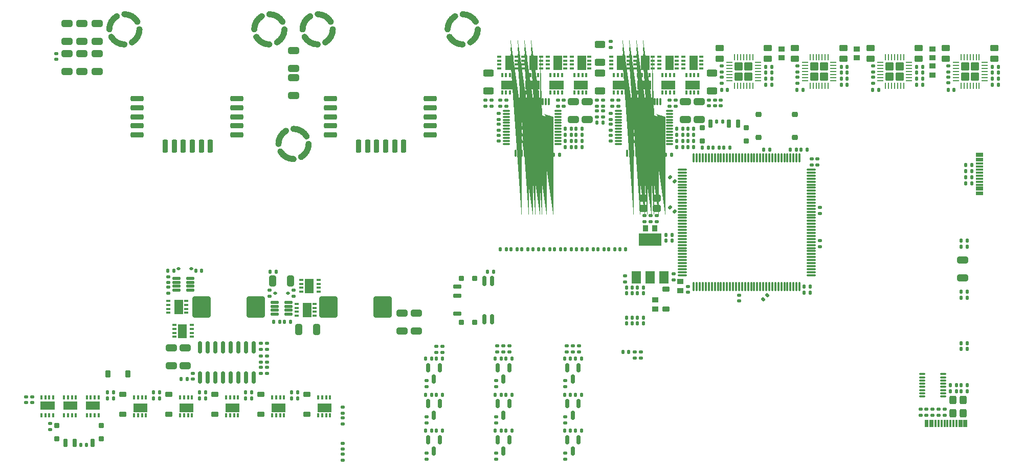
<source format=gbr>
%TF.GenerationSoftware,KiCad,Pcbnew,7.0.8-7.0.8~ubuntu22.04.1*%
%TF.CreationDate,2023-11-12T23:59:41-08:00*%
%TF.ProjectId,corevus-g,636f7265-7675-4732-9d67-2e6b69636164,rev?*%
%TF.SameCoordinates,Original*%
%TF.FileFunction,Paste,Top*%
%TF.FilePolarity,Positive*%
%FSLAX46Y46*%
G04 Gerber Fmt 4.6, Leading zero omitted, Abs format (unit mm)*
G04 Created by KiCad (PCBNEW 7.0.8-7.0.8~ubuntu22.04.1) date 2023-11-12 23:59:41*
%MOMM*%
%LPD*%
G01*
G04 APERTURE LIST*
G04 Aperture macros list*
%AMRoundRect*
0 Rectangle with rounded corners*
0 $1 Rounding radius*
0 $2 $3 $4 $5 $6 $7 $8 $9 X,Y pos of 4 corners*
0 Add a 4 corners polygon primitive as box body*
4,1,4,$2,$3,$4,$5,$6,$7,$8,$9,$2,$3,0*
0 Add four circle primitives for the rounded corners*
1,1,$1+$1,$2,$3*
1,1,$1+$1,$4,$5*
1,1,$1+$1,$6,$7*
1,1,$1+$1,$8,$9*
0 Add four rect primitives between the rounded corners*
20,1,$1+$1,$2,$3,$4,$5,0*
20,1,$1+$1,$4,$5,$6,$7,0*
20,1,$1+$1,$6,$7,$8,$9,0*
20,1,$1+$1,$8,$9,$2,$3,0*%
%AMFreePoly0*
4,1,57,0.310454,0.500914,0.314650,0.501215,0.316895,0.499988,0.322751,0.499147,0.347130,0.483479,0.372568,0.469589,0.469589,0.372568,0.482119,0.355828,0.485300,0.353073,0.486021,0.350617,0.489565,0.345883,0.495723,0.317573,0.503891,0.289756,0.503891,-0.289756,0.500914,-0.310455,0.501215,-0.314651,0.499988,-0.316896,0.499147,-0.322751,0.483480,-0.347128,0.469589,-0.372568,
0.372568,-0.469589,0.355826,-0.482121,0.353073,-0.485300,0.350618,-0.486020,0.345883,-0.489566,0.317566,-0.495725,0.289756,-0.503891,-0.289756,-0.503891,-0.310455,-0.500914,-0.314651,-0.501215,-0.316896,-0.499988,-0.322751,-0.499147,-0.347128,-0.483480,-0.372568,-0.469589,-0.469589,-0.372568,-0.482121,-0.355826,-0.485300,-0.353073,-0.486020,-0.350618,-0.489566,-0.345883,-0.495725,-0.317566,
-0.503891,-0.289756,-0.503891,0.289756,-0.500914,0.310454,-0.501215,0.314650,-0.499988,0.316895,-0.499147,0.322751,-0.483479,0.347130,-0.469589,0.372568,-0.372568,0.469589,-0.355828,0.482119,-0.353073,0.485300,-0.350617,0.486021,-0.345883,0.489565,-0.317573,0.495723,-0.289756,0.503891,0.289756,0.503891,0.310454,0.500914,0.310454,0.500914,$1*%
G04 Aperture macros list end*
%ADD10C,0.100000*%
%ADD11C,1.000000*%
%ADD12RoundRect,0.200000X-0.875000X0.250000X-0.875000X-0.250000X0.875000X-0.250000X0.875000X0.250000X0*%
%ADD13RoundRect,0.200000X0.250000X0.875000X-0.250000X0.875000X-0.250000X-0.875000X0.250000X-0.875000X0*%
%ADD14RoundRect,0.100000X-0.175000X-0.200000X0.175000X-0.200000X0.175000X0.200000X-0.175000X0.200000X0*%
%ADD15RoundRect,0.100000X0.200000X-0.175000X0.200000X0.175000X-0.200000X0.175000X-0.200000X-0.175000X0*%
%ADD16RoundRect,0.100000X0.175000X0.200000X-0.175000X0.200000X-0.175000X-0.200000X0.175000X-0.200000X0*%
%ADD17RoundRect,0.100000X0.350000X0.400000X-0.350000X0.400000X-0.350000X-0.400000X0.350000X-0.400000X0*%
%ADD18RoundRect,0.100000X-0.200000X0.175000X-0.200000X-0.175000X0.200000X-0.175000X0.200000X0.175000X0*%
%ADD19RoundRect,0.100000X0.300000X0.300000X-0.300000X0.300000X-0.300000X-0.300000X0.300000X-0.300000X0*%
%ADD20RoundRect,0.075000X0.225000X0.575000X-0.225000X0.575000X-0.225000X-0.575000X0.225000X-0.575000X0*%
%ADD21RoundRect,0.250000X-0.650000X0.325000X-0.650000X-0.325000X0.650000X-0.325000X0.650000X0.325000X0*%
%ADD22RoundRect,0.225000X-0.375000X0.225000X-0.375000X-0.225000X0.375000X-0.225000X0.375000X0.225000X0*%
%ADD23RoundRect,0.050000X0.150000X0.250000X-0.150000X0.250000X-0.150000X-0.250000X0.150000X-0.250000X0*%
%ADD24RoundRect,0.250000X-0.450000X0.262500X-0.450000X-0.262500X0.450000X-0.262500X0.450000X0.262500X0*%
%ADD25RoundRect,0.150000X-0.150000X0.587500X-0.150000X-0.587500X0.150000X-0.587500X0.150000X0.587500X0*%
%ADD26RoundRect,0.250000X0.625000X-0.312500X0.625000X0.312500X-0.625000X0.312500X-0.625000X-0.312500X0*%
%ADD27RoundRect,0.050000X-0.150000X-0.250000X0.150000X-0.250000X0.150000X0.250000X-0.150000X0.250000X0*%
%ADD28RoundRect,0.050000X-0.250000X0.150000X-0.250000X-0.150000X0.250000X-0.150000X0.250000X0.150000X0*%
%ADD29RoundRect,0.250000X0.650000X-0.325000X0.650000X0.325000X-0.650000X0.325000X-0.650000X-0.325000X0*%
%ADD30RoundRect,0.100000X-0.400000X0.350000X-0.400000X-0.350000X0.400000X-0.350000X0.400000X0.350000X0*%
%ADD31RoundRect,0.050000X0.250000X-0.150000X0.250000X0.150000X-0.250000X0.150000X-0.250000X-0.150000X0*%
%ADD32RoundRect,0.225000X0.225000X0.375000X-0.225000X0.375000X-0.225000X-0.375000X0.225000X-0.375000X0*%
%ADD33RoundRect,0.250000X-0.455000X-0.455000X0.455000X-0.455000X0.455000X0.455000X-0.455000X0.455000X0*%
%ADD34RoundRect,0.062500X-0.425000X-0.062500X0.425000X-0.062500X0.425000X0.062500X-0.425000X0.062500X0*%
%ADD35RoundRect,0.062500X-0.062500X-0.425000X0.062500X-0.425000X0.062500X0.425000X-0.062500X0.425000X0*%
%ADD36RoundRect,0.112500X-0.187500X-0.112500X0.187500X-0.112500X0.187500X0.112500X-0.187500X0.112500X0*%
%ADD37R,0.300000X1.150000*%
%ADD38RoundRect,0.100000X0.400000X-0.350000X0.400000X0.350000X-0.400000X0.350000X-0.400000X-0.350000X0*%
%ADD39RoundRect,0.250000X-0.625000X0.312500X-0.625000X-0.312500X0.625000X-0.312500X0.625000X0.312500X0*%
%ADD40RoundRect,0.075000X-0.662500X-0.075000X0.662500X-0.075000X0.662500X0.075000X-0.662500X0.075000X0*%
%ADD41RoundRect,0.075000X-0.075000X-0.662500X0.075000X-0.662500X0.075000X0.662500X-0.075000X0.662500X0*%
%ADD42RoundRect,0.250000X-1.250000X-1.500000X1.250000X-1.500000X1.250000X1.500000X-1.250000X1.500000X0*%
%ADD43RoundRect,0.300000X0.300000X-0.400000X0.300000X0.400000X-0.300000X0.400000X-0.300000X-0.400000X0*%
%ADD44RoundRect,0.125000X0.537500X0.125000X-0.537500X0.125000X-0.537500X-0.125000X0.537500X-0.125000X0*%
%ADD45RoundRect,0.100000X-0.265165X-0.017678X-0.017678X-0.265165X0.265165X0.017678X0.017678X0.265165X0*%
%ADD46RoundRect,0.225000X0.375000X-0.225000X0.375000X0.225000X-0.375000X0.225000X-0.375000X-0.225000X0*%
%ADD47RoundRect,0.300000X0.400000X0.300000X-0.400000X0.300000X-0.400000X-0.300000X0.400000X-0.300000X0*%
%ADD48RoundRect,0.250000X-0.325000X-0.650000X0.325000X-0.650000X0.325000X0.650000X-0.325000X0.650000X0*%
%ADD49RoundRect,0.150000X0.150000X-0.850000X0.150000X0.850000X-0.150000X0.850000X-0.150000X-0.850000X0*%
%ADD50RoundRect,0.100000X-0.017678X0.265165X-0.265165X0.017678X0.017678X-0.265165X0.265165X-0.017678X0*%
%ADD51RoundRect,0.250000X0.325000X0.650000X-0.325000X0.650000X-0.325000X-0.650000X0.325000X-0.650000X0*%
%ADD52RoundRect,0.150000X-0.150000X0.662500X-0.150000X-0.662500X0.150000X-0.662500X0.150000X0.662500X0*%
%ADD53RoundRect,0.100000X0.265165X0.017678X0.017678X0.265165X-0.265165X-0.017678X-0.017678X-0.265165X0*%
%ADD54RoundRect,0.100000X0.300000X-0.300000X0.300000X0.300000X-0.300000X0.300000X-0.300000X-0.300000X0*%
%ADD55RoundRect,0.075000X0.575000X-0.225000X0.575000X0.225000X-0.575000X0.225000X-0.575000X-0.225000X0*%
%ADD56RoundRect,0.100000X-0.300000X-0.300000X0.300000X-0.300000X0.300000X0.300000X-0.300000X0.300000X0*%
%ADD57RoundRect,0.075000X-0.225000X-0.575000X0.225000X-0.575000X0.225000X0.575000X-0.225000X0.575000X0*%
%ADD58RoundRect,0.300000X-0.200000X-0.150000X0.200000X-0.150000X0.200000X0.150000X-0.200000X0.150000X0*%
%ADD59R,1.150000X0.300000*%
%ADD60R,1.500000X2.000000*%
%ADD61R,3.800000X2.000000*%
%ADD62RoundRect,0.100000X-0.400000X-0.050000X0.400000X-0.050000X0.400000X0.050000X-0.400000X0.050000X0*%
%ADD63FreePoly0,0.000000*%
%ADD64RoundRect,0.075000X-0.525000X-0.075000X0.525000X-0.075000X0.525000X0.075000X-0.525000X0.075000X0*%
%ADD65RoundRect,0.075000X-0.075000X-0.525000X0.075000X-0.525000X0.075000X0.525000X-0.075000X0.525000X0*%
G04 APERTURE END LIST*
D10*
%TO.C,Q6*%
X152625000Y-52850000D02*
X150375000Y-52850000D01*
X150375000Y-52850000D02*
X150375000Y-51525000D01*
X150375000Y-51525000D02*
X152625000Y-51525000D01*
X152625000Y-51525000D02*
X152625000Y-52850000D01*
G36*
X152625000Y-52850000D02*
G01*
X150375000Y-52850000D01*
X150375000Y-51525000D01*
X152625000Y-51525000D01*
X152625000Y-52850000D01*
G37*
%TO.C,Q25*%
X76465000Y-106350000D02*
X74215000Y-106350000D01*
X74215000Y-106350000D02*
X74215000Y-105025000D01*
X74215000Y-105025000D02*
X76465000Y-105025000D01*
X76465000Y-105025000D02*
X76465000Y-106350000D01*
G36*
X76465000Y-106350000D02*
G01*
X74215000Y-106350000D01*
X74215000Y-105025000D01*
X76465000Y-105025000D01*
X76465000Y-106350000D01*
G37*
%TO.C,Q2*%
X51125000Y-104650000D02*
X53375000Y-104650000D01*
X53375000Y-104650000D02*
X53375000Y-105975000D01*
X53375000Y-105975000D02*
X51125000Y-105975000D01*
X51125000Y-105975000D02*
X51125000Y-104650000D01*
G36*
X51125000Y-104650000D02*
G01*
X53375000Y-104650000D01*
X53375000Y-105975000D01*
X51125000Y-105975000D01*
X51125000Y-104650000D01*
G37*
%TO.C,Q9*%
X148350000Y-47375000D02*
X147025000Y-47375000D01*
X147025000Y-47375000D02*
X147025000Y-49625000D01*
X147025000Y-49625000D02*
X148350000Y-49625000D01*
X148350000Y-49625000D02*
X148350000Y-47375000D01*
G36*
X148350000Y-47375000D02*
G01*
X147025000Y-47375000D01*
X147025000Y-49625000D01*
X148350000Y-49625000D01*
X148350000Y-47375000D01*
G37*
%TO.C,Q4*%
X144625000Y-52850000D02*
X142375000Y-52850000D01*
X142375000Y-52850000D02*
X142375000Y-51525000D01*
X142375000Y-51525000D02*
X144625000Y-51525000D01*
X144625000Y-51525000D02*
X144625000Y-52850000D01*
G36*
X144625000Y-52850000D02*
G01*
X142375000Y-52850000D01*
X142375000Y-51525000D01*
X144625000Y-51525000D01*
X144625000Y-52850000D01*
G37*
%TO.C,Q19*%
X43625000Y-104650000D02*
X45875000Y-104650000D01*
X45875000Y-104650000D02*
X45875000Y-105975000D01*
X45875000Y-105975000D02*
X43625000Y-105975000D01*
X43625000Y-105975000D02*
X43625000Y-104650000D01*
G36*
X43625000Y-104650000D02*
G01*
X45875000Y-104650000D01*
X45875000Y-105975000D01*
X43625000Y-105975000D01*
X43625000Y-104650000D01*
G37*
%TO.C,Q37*%
X87400000Y-86625000D02*
X88725000Y-86625000D01*
X88725000Y-86625000D02*
X88725000Y-84375000D01*
X88725000Y-84375000D02*
X87400000Y-84375000D01*
X87400000Y-84375000D02*
X87400000Y-86625000D01*
G36*
X87400000Y-86625000D02*
G01*
X88725000Y-86625000D01*
X88725000Y-84375000D01*
X87400000Y-84375000D01*
X87400000Y-86625000D01*
G37*
%TO.C,Q23*%
X68845000Y-106350000D02*
X66595000Y-106350000D01*
X66595000Y-106350000D02*
X66595000Y-105025000D01*
X66595000Y-105025000D02*
X68845000Y-105025000D01*
X68845000Y-105025000D02*
X68845000Y-106350000D01*
G36*
X68845000Y-106350000D02*
G01*
X66595000Y-106350000D01*
X66595000Y-105025000D01*
X68845000Y-105025000D01*
X68845000Y-106350000D01*
G37*
%TO.C,Q18*%
X133850000Y-47375000D02*
X132525000Y-47375000D01*
X132525000Y-47375000D02*
X132525000Y-49625000D01*
X132525000Y-49625000D02*
X133850000Y-49625000D01*
X133850000Y-49625000D02*
X133850000Y-47375000D01*
G36*
X133850000Y-47375000D02*
G01*
X132525000Y-47375000D01*
X132525000Y-49625000D01*
X133850000Y-49625000D01*
X133850000Y-47375000D01*
G37*
D11*
%TO.C,H13*%
X84250000Y-59835000D02*
G75*
G03*
X83000000Y-62000000I1249946J-2165032D01*
G01*
X87665000Y-60750000D02*
G75*
G03*
X85500000Y-59500000I-2165032J-1249946D01*
G01*
X83335000Y-63250000D02*
G75*
G03*
X85500000Y-64500000I2165032J1249946D01*
G01*
X86750000Y-64165000D02*
G75*
G03*
X88000000Y-62000000I-1249946J2165032D01*
G01*
D10*
%TO.C,Q3*%
X140625000Y-52850000D02*
X138375000Y-52850000D01*
X138375000Y-52850000D02*
X138375000Y-51525000D01*
X138375000Y-51525000D02*
X140625000Y-51525000D01*
X140625000Y-51525000D02*
X140625000Y-52850000D01*
G36*
X140625000Y-52850000D02*
G01*
X138375000Y-52850000D01*
X138375000Y-51525000D01*
X140625000Y-51525000D01*
X140625000Y-52850000D01*
G37*
%TO.C,Q1*%
X47375000Y-104650000D02*
X49625000Y-104650000D01*
X49625000Y-104650000D02*
X49625000Y-105975000D01*
X49625000Y-105975000D02*
X47375000Y-105975000D01*
X47375000Y-105975000D02*
X47375000Y-104650000D01*
G36*
X47375000Y-104650000D02*
G01*
X49625000Y-104650000D01*
X49625000Y-105975000D01*
X47375000Y-105975000D01*
X47375000Y-104650000D01*
G37*
%TO.C,Q10*%
X152350000Y-47375000D02*
X151025000Y-47375000D01*
X151025000Y-47375000D02*
X151025000Y-49625000D01*
X151025000Y-49625000D02*
X152350000Y-49625000D01*
X152350000Y-49625000D02*
X152350000Y-47375000D01*
G36*
X152350000Y-47375000D02*
G01*
X151025000Y-47375000D01*
X151025000Y-49625000D01*
X152350000Y-49625000D01*
X152350000Y-47375000D01*
G37*
%TO.C,Q7*%
X140350000Y-47375000D02*
X139025000Y-47375000D01*
X139025000Y-47375000D02*
X139025000Y-49625000D01*
X139025000Y-49625000D02*
X140350000Y-49625000D01*
X140350000Y-49625000D02*
X140350000Y-47375000D01*
G36*
X140350000Y-47375000D02*
G01*
X139025000Y-47375000D01*
X139025000Y-49625000D01*
X140350000Y-49625000D01*
X140350000Y-47375000D01*
G37*
%TO.C,Q16*%
X125850000Y-47375000D02*
X124525000Y-47375000D01*
X124525000Y-47375000D02*
X124525000Y-49625000D01*
X124525000Y-49625000D02*
X125850000Y-49625000D01*
X125850000Y-49625000D02*
X125850000Y-47375000D01*
G36*
X125850000Y-47375000D02*
G01*
X124525000Y-47375000D01*
X124525000Y-49625000D01*
X125850000Y-49625000D01*
X125850000Y-47375000D01*
G37*
%TO.C,Q20*%
X91705000Y-106350000D02*
X89455000Y-106350000D01*
X89455000Y-106350000D02*
X89455000Y-105025000D01*
X89455000Y-105025000D02*
X91705000Y-105025000D01*
X91705000Y-105025000D02*
X91705000Y-106350000D01*
G36*
X91705000Y-106350000D02*
G01*
X89455000Y-106350000D01*
X89455000Y-105025000D01*
X91705000Y-105025000D01*
X91705000Y-106350000D01*
G37*
D11*
%TO.C,H8*%
X80250000Y-40835000D02*
G75*
G03*
X79000000Y-43000000I1249946J-2165032D01*
G01*
X83665000Y-41750000D02*
G75*
G03*
X81500000Y-40500000I-2165032J-1249946D01*
G01*
X79335000Y-44250000D02*
G75*
G03*
X81500000Y-45500000I2165032J1249946D01*
G01*
X82750000Y-45165000D02*
G75*
G03*
X84000000Y-43000000I-1249946J2165032D01*
G01*
D10*
%TO.C,Q35*%
X66400000Y-94125000D02*
X67725000Y-94125000D01*
X67725000Y-94125000D02*
X67725000Y-91875000D01*
X67725000Y-91875000D02*
X66400000Y-91875000D01*
X66400000Y-91875000D02*
X66400000Y-94125000D01*
G36*
X66400000Y-94125000D02*
G01*
X67725000Y-94125000D01*
X67725000Y-91875000D01*
X66400000Y-91875000D01*
X66400000Y-94125000D01*
G37*
%TO.C,Q24*%
X61225000Y-106350000D02*
X58975000Y-106350000D01*
X58975000Y-106350000D02*
X58975000Y-105025000D01*
X58975000Y-105025000D02*
X61225000Y-105025000D01*
X61225000Y-105025000D02*
X61225000Y-106350000D01*
G36*
X61225000Y-106350000D02*
G01*
X58975000Y-106350000D01*
X58975000Y-105025000D01*
X61225000Y-105025000D01*
X61225000Y-106350000D01*
G37*
%TO.C,Q8*%
X144350000Y-47375000D02*
X143025000Y-47375000D01*
X143025000Y-47375000D02*
X143025000Y-49625000D01*
X143025000Y-49625000D02*
X144350000Y-49625000D01*
X144350000Y-49625000D02*
X144350000Y-47375000D01*
G36*
X144350000Y-47375000D02*
G01*
X143025000Y-47375000D01*
X143025000Y-49625000D01*
X144350000Y-49625000D01*
X144350000Y-47375000D01*
G37*
%TO.C,Q5*%
X148625000Y-52850000D02*
X146375000Y-52850000D01*
X146375000Y-52850000D02*
X146375000Y-51525000D01*
X146375000Y-51525000D02*
X148625000Y-51525000D01*
X148625000Y-51525000D02*
X148625000Y-52850000D01*
G36*
X148625000Y-52850000D02*
G01*
X146375000Y-52850000D01*
X146375000Y-51525000D01*
X148625000Y-51525000D01*
X148625000Y-52850000D01*
G37*
%TO.C,Q34*%
X67100000Y-87875000D02*
X65775000Y-87875000D01*
X65775000Y-87875000D02*
X65775000Y-90125000D01*
X65775000Y-90125000D02*
X67100000Y-90125000D01*
X67100000Y-90125000D02*
X67100000Y-87875000D01*
G36*
X67100000Y-87875000D02*
G01*
X65775000Y-87875000D01*
X65775000Y-90125000D01*
X67100000Y-90125000D01*
X67100000Y-87875000D01*
G37*
%TO.C,Q36*%
X88350000Y-88375000D02*
X87025000Y-88375000D01*
X87025000Y-88375000D02*
X87025000Y-90625000D01*
X87025000Y-90625000D02*
X88350000Y-90625000D01*
X88350000Y-90625000D02*
X88350000Y-88375000D01*
G36*
X88350000Y-88375000D02*
G01*
X87025000Y-88375000D01*
X87025000Y-90625000D01*
X88350000Y-90625000D01*
X88350000Y-88375000D01*
G37*
%TO.C,Q13*%
X130125000Y-52850000D02*
X127875000Y-52850000D01*
X127875000Y-52850000D02*
X127875000Y-51525000D01*
X127875000Y-51525000D02*
X130125000Y-51525000D01*
X130125000Y-51525000D02*
X130125000Y-52850000D01*
G36*
X130125000Y-52850000D02*
G01*
X127875000Y-52850000D01*
X127875000Y-51525000D01*
X130125000Y-51525000D01*
X130125000Y-52850000D01*
G37*
%TO.C,Q12*%
X126125000Y-52850000D02*
X123875000Y-52850000D01*
X123875000Y-52850000D02*
X123875000Y-51525000D01*
X123875000Y-51525000D02*
X126125000Y-51525000D01*
X126125000Y-51525000D02*
X126125000Y-52850000D01*
G36*
X126125000Y-52850000D02*
G01*
X123875000Y-52850000D01*
X123875000Y-51525000D01*
X126125000Y-51525000D01*
X126125000Y-52850000D01*
G37*
%TO.C,Q17*%
X129850000Y-47375000D02*
X128525000Y-47375000D01*
X128525000Y-47375000D02*
X128525000Y-49625000D01*
X128525000Y-49625000D02*
X129850000Y-49625000D01*
X129850000Y-49625000D02*
X129850000Y-47375000D01*
G36*
X129850000Y-47375000D02*
G01*
X128525000Y-47375000D01*
X128525000Y-49625000D01*
X129850000Y-49625000D01*
X129850000Y-47375000D01*
G37*
%TO.C,Q15*%
X121850000Y-47375000D02*
X120525000Y-47375000D01*
X120525000Y-47375000D02*
X120525000Y-49625000D01*
X120525000Y-49625000D02*
X121850000Y-49625000D01*
X121850000Y-49625000D02*
X121850000Y-47375000D01*
G36*
X121850000Y-47375000D02*
G01*
X120525000Y-47375000D01*
X120525000Y-49625000D01*
X121850000Y-49625000D01*
X121850000Y-47375000D01*
G37*
D11*
%TO.C,H6*%
X112250000Y-40835000D02*
G75*
G03*
X111000000Y-43000000I1249946J-2165032D01*
G01*
X115665000Y-41750000D02*
G75*
G03*
X113500000Y-40500000I-2165032J-1249946D01*
G01*
X111335000Y-44250000D02*
G75*
G03*
X113500000Y-45500000I2165032J1249946D01*
G01*
X114750000Y-45165000D02*
G75*
G03*
X116000000Y-43000000I-1249946J2165032D01*
G01*
%TO.C,H7*%
X56250000Y-40835000D02*
G75*
G03*
X55000000Y-43000000I1249946J-2165032D01*
G01*
X59665000Y-41750000D02*
G75*
G03*
X57500000Y-40500000I-2165032J-1249946D01*
G01*
X55335000Y-44250000D02*
G75*
G03*
X57500000Y-45500000I2165032J1249946D01*
G01*
X58750000Y-45165000D02*
G75*
G03*
X60000000Y-43000000I-1249946J2165032D01*
G01*
D10*
%TO.C,Q11*%
X122125000Y-52850000D02*
X119875000Y-52850000D01*
X119875000Y-52850000D02*
X119875000Y-51525000D01*
X119875000Y-51525000D02*
X122125000Y-51525000D01*
X122125000Y-51525000D02*
X122125000Y-52850000D01*
G36*
X122125000Y-52850000D02*
G01*
X119875000Y-52850000D01*
X119875000Y-51525000D01*
X122125000Y-51525000D01*
X122125000Y-52850000D01*
G37*
D11*
%TO.C,H5*%
X88250000Y-40835000D02*
G75*
G03*
X87000000Y-43000000I1249946J-2165032D01*
G01*
X91665000Y-41750000D02*
G75*
G03*
X89500000Y-40500000I-2165032J-1249946D01*
G01*
X87335000Y-44250000D02*
G75*
G03*
X89500000Y-45500000I2165032J1249946D01*
G01*
X90750000Y-45165000D02*
G75*
G03*
X92000000Y-43000000I-1249946J2165032D01*
G01*
D10*
%TO.C,Q14*%
X134125000Y-52850000D02*
X131875000Y-52850000D01*
X131875000Y-52850000D02*
X131875000Y-51525000D01*
X131875000Y-51525000D02*
X134125000Y-51525000D01*
X134125000Y-51525000D02*
X134125000Y-52850000D01*
G36*
X134125000Y-52850000D02*
G01*
X131875000Y-52850000D01*
X131875000Y-51525000D01*
X134125000Y-51525000D01*
X134125000Y-52850000D01*
G37*
%TO.C,Q26*%
X84085000Y-106350000D02*
X81835000Y-106350000D01*
X81835000Y-106350000D02*
X81835000Y-105025000D01*
X81835000Y-105025000D02*
X84085000Y-105025000D01*
X84085000Y-105025000D02*
X84085000Y-106350000D01*
G36*
X84085000Y-106350000D02*
G01*
X81835000Y-106350000D01*
X81835000Y-105025000D01*
X84085000Y-105025000D01*
X84085000Y-106350000D01*
G37*
%TD*%
D12*
%TO.C,T10*%
X108125000Y-59000000D03*
%TD*%
%TO.C,T27*%
X59625000Y-60500000D03*
%TD*%
%TO.C,T14*%
X108125000Y-57500000D03*
%TD*%
%TO.C,T13*%
X91625000Y-57500000D03*
%TD*%
%TO.C,T32*%
X76125000Y-56000000D03*
%TD*%
%TO.C,T12*%
X108125000Y-60500000D03*
%TD*%
%TO.C,T29*%
X59625000Y-57500000D03*
%TD*%
%TO.C,T31*%
X59625000Y-56000000D03*
%TD*%
%TO.C,T15*%
X91625000Y-56000000D03*
%TD*%
%TO.C,T23*%
X59625000Y-54500000D03*
%TD*%
D13*
%TO.C,T2*%
X97750000Y-62375000D03*
%TD*%
%TO.C,T19*%
X68750000Y-62375000D03*
%TD*%
%TO.C,T21*%
X70250000Y-62375000D03*
%TD*%
%TO.C,T6*%
X103750000Y-62375000D03*
%TD*%
%TO.C,T5*%
X102250000Y-62375000D03*
%TD*%
%TO.C,T18*%
X65750000Y-62375000D03*
%TD*%
D12*
%TO.C,T16*%
X108125000Y-56000000D03*
%TD*%
%TO.C,T8*%
X108125000Y-54500000D03*
%TD*%
%TO.C,T26*%
X76125000Y-59000000D03*
%TD*%
D13*
%TO.C,T4*%
X99250000Y-62375000D03*
%TD*%
%TO.C,T1*%
X96250000Y-62375000D03*
%TD*%
%TO.C,T17*%
X64250000Y-62375000D03*
%TD*%
D12*
%TO.C,T28*%
X76125000Y-60500000D03*
%TD*%
D13*
%TO.C,T20*%
X67250000Y-62375000D03*
%TD*%
D12*
%TO.C,T7*%
X91625000Y-54500000D03*
%TD*%
%TO.C,T30*%
X76125000Y-57500000D03*
%TD*%
%TO.C,T24*%
X76125000Y-54500000D03*
%TD*%
%TO.C,T9*%
X91625000Y-59000000D03*
%TD*%
%TO.C,T25*%
X59625000Y-59000000D03*
%TD*%
%TO.C,T11*%
X91625000Y-60500000D03*
%TD*%
D13*
%TO.C,T3*%
X100750000Y-62375000D03*
%TD*%
%TO.C,T22*%
X71750000Y-62375000D03*
%TD*%
D14*
%TO.C,D29*%
X109150000Y-103550000D03*
X110150000Y-103550000D03*
%TD*%
D15*
%TO.C,C95*%
X81500000Y-87250000D03*
X81500000Y-86250000D03*
%TD*%
D14*
%TO.C,C18*%
X201150000Y-51195000D03*
X202150000Y-51195000D03*
%TD*%
D16*
%TO.C,C9*%
X126100000Y-79475000D03*
X125100000Y-79475000D03*
%TD*%
D17*
%TO.C,C11*%
X145250000Y-75950000D03*
X143750000Y-75950000D03*
%TD*%
D14*
%TO.C,D12*%
X77580000Y-104200000D03*
X78580000Y-104200000D03*
%TD*%
D16*
%TO.C,R101*%
X177150000Y-49200000D03*
X176150000Y-49200000D03*
%TD*%
D14*
%TO.C,C5*%
X66900000Y-101000000D03*
X67900000Y-101000000D03*
%TD*%
D18*
%TO.C,C31*%
X168900000Y-49100000D03*
X168900000Y-50100000D03*
%TD*%
D19*
%TO.C,SW9*%
X53650000Y-110850000D03*
X53650000Y-108650000D03*
X46350000Y-110850000D03*
X46350000Y-108650000D03*
D20*
X52250000Y-111550000D03*
X49250000Y-111550000D03*
X47750000Y-111550000D03*
%TD*%
D21*
%TO.C,C71*%
X53000000Y-47025000D03*
X53000000Y-49975000D03*
%TD*%
D22*
%TO.C,D36*%
X147150000Y-86050000D03*
X147150000Y-89350000D03*
%TD*%
D23*
%TO.C,Q6*%
X152475000Y-50550000D03*
X151825000Y-50550000D03*
X151175000Y-50550000D03*
X150525000Y-50550000D03*
X150525000Y-53450000D03*
X151175000Y-53450000D03*
X151825000Y-53450000D03*
X152475000Y-53450000D03*
%TD*%
D24*
%TO.C,R27*%
X168500000Y-46092500D03*
X168500000Y-47917500D03*
%TD*%
D14*
%TO.C,D32*%
X109150000Y-97550000D03*
X110150000Y-97550000D03*
%TD*%
D18*
%TO.C,R83*%
X131750000Y-95500000D03*
X131750000Y-96500000D03*
%TD*%
D14*
%TO.C,R7*%
X196750000Y-65500000D03*
X197750000Y-65500000D03*
%TD*%
D15*
%TO.C,D5*%
X93600000Y-112600000D03*
X93600000Y-111600000D03*
%TD*%
%TO.C,R37*%
X136750000Y-57550000D03*
X136750000Y-56550000D03*
%TD*%
D24*
%TO.C,R23*%
X189000000Y-46092500D03*
X189000000Y-47917500D03*
%TD*%
D15*
%TO.C,C42*%
X138000000Y-59750000D03*
X138000000Y-58750000D03*
%TD*%
D18*
%TO.C,R40*%
X119500000Y-60550000D03*
X119500000Y-61550000D03*
%TD*%
%TO.C,C30*%
X168900000Y-50900000D03*
X168900000Y-51900000D03*
%TD*%
D23*
%TO.C,Q25*%
X76315000Y-104050000D03*
X75665000Y-104050000D03*
X75015000Y-104050000D03*
X74365000Y-104050000D03*
X74365000Y-106950000D03*
X75015000Y-106950000D03*
X75665000Y-106950000D03*
X76315000Y-106950000D03*
%TD*%
D14*
%TO.C,R52*%
X140600000Y-85800000D03*
X141600000Y-85800000D03*
%TD*%
%TO.C,C24*%
X181350000Y-53050000D03*
X182350000Y-53050000D03*
%TD*%
D16*
%TO.C,R50*%
X119850000Y-109550000D03*
X118850000Y-109550000D03*
%TD*%
D24*
%TO.C,R26*%
X176500000Y-46092500D03*
X176500000Y-47917500D03*
%TD*%
D16*
%TO.C,R81*%
X197000000Y-103000000D03*
X196000000Y-103000000D03*
%TD*%
D21*
%TO.C,C96*%
X103500000Y-90025000D03*
X103500000Y-92975000D03*
%TD*%
D18*
%TO.C,C1*%
X145600000Y-73850000D03*
X145600000Y-74850000D03*
%TD*%
D21*
%TO.C,C97*%
X105800000Y-90025000D03*
X105800000Y-92975000D03*
%TD*%
D16*
%TO.C,D19*%
X149950000Y-62500000D03*
X148950000Y-62500000D03*
%TD*%
D25*
%TO.C,Q29*%
X121200000Y-111062500D03*
X119300000Y-111062500D03*
X120250000Y-112937500D03*
%TD*%
D16*
%TO.C,C78*%
X140500000Y-79475000D03*
X139500000Y-79475000D03*
%TD*%
D26*
%TO.C,R35*%
X136250000Y-48462500D03*
X136250000Y-45537500D03*
%TD*%
D14*
%TO.C,C76*%
X194200000Y-102000000D03*
X195200000Y-102000000D03*
%TD*%
D27*
%TO.C,Q2*%
X51275000Y-106950000D03*
X51925000Y-106950000D03*
X52575000Y-106950000D03*
X53225000Y-106950000D03*
X53225000Y-104050000D03*
X52575000Y-104050000D03*
X51925000Y-104050000D03*
X51275000Y-104050000D03*
%TD*%
D25*
%TO.C,Q33*%
X132700000Y-99062500D03*
X130800000Y-99062500D03*
X131750000Y-100937500D03*
%TD*%
D16*
%TO.C,R103*%
X164650000Y-49200000D03*
X163650000Y-49200000D03*
%TD*%
D28*
%TO.C,Q9*%
X146050000Y-47525000D03*
X146050000Y-48175000D03*
X146050000Y-48825000D03*
X146050000Y-49475000D03*
X148950000Y-49475000D03*
X148950000Y-48825000D03*
X148950000Y-48175000D03*
X148950000Y-47525000D03*
%TD*%
D23*
%TO.C,Q4*%
X144475000Y-50550000D03*
X143825000Y-50550000D03*
X143175000Y-50550000D03*
X142525000Y-50550000D03*
X142525000Y-53450000D03*
X143175000Y-53450000D03*
X143825000Y-53450000D03*
X144475000Y-53450000D03*
%TD*%
D14*
%TO.C,D15*%
X85200000Y-104200000D03*
X86200000Y-104200000D03*
%TD*%
D15*
%TO.C,C50*%
X148750000Y-55750000D03*
X148750000Y-54750000D03*
%TD*%
D14*
%TO.C,R9*%
X135750000Y-58450000D03*
X136750000Y-58450000D03*
%TD*%
D16*
%TO.C,C43*%
X151750000Y-60500000D03*
X150750000Y-60500000D03*
%TD*%
D15*
%TO.C,C90*%
X68800000Y-101000000D03*
X68800000Y-100000000D03*
%TD*%
D18*
%TO.C,R42*%
X135750000Y-54750000D03*
X135750000Y-55750000D03*
%TD*%
%TO.C,TH1*%
X138000000Y-45000000D03*
X138000000Y-46000000D03*
%TD*%
D25*
%TO.C,Q31*%
X121200000Y-99062500D03*
X119300000Y-99062500D03*
X120250000Y-100937500D03*
%TD*%
D18*
%TO.C,C36*%
X156400000Y-49100000D03*
X156400000Y-50100000D03*
%TD*%
D21*
%TO.C,C51*%
X150350000Y-55025000D03*
X150350000Y-57975000D03*
%TD*%
D14*
%TO.C,R17*%
X135900000Y-79475000D03*
X136900000Y-79475000D03*
%TD*%
D18*
%TO.C,C98*%
X189300000Y-106000000D03*
X189300000Y-107000000D03*
%TD*%
D14*
%TO.C,D9*%
X62340000Y-104200000D03*
X63340000Y-104200000D03*
%TD*%
D29*
%TO.C,C99*%
X196250000Y-84225000D03*
X196250000Y-81275000D03*
%TD*%
D16*
%TO.C,R57*%
X119850000Y-97550000D03*
X118850000Y-97550000D03*
%TD*%
D30*
%TO.C,C10*%
X145350000Y-87850000D03*
X145350000Y-89350000D03*
%TD*%
D14*
%TO.C,R6*%
X196750000Y-68500000D03*
X197750000Y-68500000D03*
%TD*%
D18*
%TO.C,C107*%
X130500000Y-113250000D03*
X130500000Y-114250000D03*
%TD*%
D16*
%TO.C,R75*%
X197000000Y-79000000D03*
X196000000Y-79000000D03*
%TD*%
D15*
%TO.C,C84*%
X148400000Y-84500000D03*
X148400000Y-83500000D03*
%TD*%
D27*
%TO.C,Q19*%
X43775000Y-106950000D03*
X44425000Y-106950000D03*
X45075000Y-106950000D03*
X45725000Y-106950000D03*
X45725000Y-104050000D03*
X45075000Y-104050000D03*
X44425000Y-104050000D03*
X43775000Y-104050000D03*
%TD*%
D14*
%TO.C,R91*%
X147150000Y-78050000D03*
X148150000Y-78050000D03*
%TD*%
D18*
%TO.C,R93*%
X64750000Y-85750000D03*
X64750000Y-86750000D03*
%TD*%
D16*
%TO.C,R61*%
X55720000Y-103200000D03*
X54720000Y-103200000D03*
%TD*%
%TO.C,C58*%
X133250000Y-60500000D03*
X132250000Y-60500000D03*
%TD*%
D31*
%TO.C,Q37*%
X89700000Y-86475000D03*
X89700000Y-85825000D03*
X89700000Y-85175000D03*
X89700000Y-84525000D03*
X86800000Y-84525000D03*
X86800000Y-85175000D03*
X86800000Y-85825000D03*
X86800000Y-86475000D03*
%TD*%
D32*
%TO.C,D31*%
X58050000Y-100150000D03*
X54750000Y-100150000D03*
%TD*%
D15*
%TO.C,R90*%
X81100000Y-96050000D03*
X81100000Y-95050000D03*
%TD*%
D14*
%TO.C,R15*%
X121500000Y-79475000D03*
X122500000Y-79475000D03*
%TD*%
D18*
%TO.C,R41*%
X118250000Y-54750000D03*
X118250000Y-55750000D03*
%TD*%
%TO.C,C3*%
X172250000Y-64500000D03*
X172250000Y-65500000D03*
%TD*%
D33*
%TO.C,U8*%
X184190000Y-49190000D03*
X184190000Y-50810000D03*
X185810000Y-49190000D03*
X185810000Y-50810000D03*
D34*
X182637500Y-48500000D03*
X182637500Y-49000000D03*
X182637500Y-49500000D03*
X182637500Y-50000000D03*
X182637500Y-50500000D03*
X182637500Y-51000000D03*
X182637500Y-51500000D03*
D35*
X183500000Y-52362500D03*
X184000000Y-52362500D03*
X184500000Y-52362500D03*
X185000000Y-52362500D03*
X185500000Y-52362500D03*
X186000000Y-52362500D03*
X186500000Y-52362500D03*
D34*
X187362500Y-51500000D03*
X187362500Y-51000000D03*
X187362500Y-50500000D03*
X187362500Y-50000000D03*
X187362500Y-49500000D03*
X187362500Y-49000000D03*
X187362500Y-48500000D03*
D35*
X186500000Y-47637500D03*
X186000000Y-47637500D03*
X185500000Y-47637500D03*
X185000000Y-47637500D03*
X184500000Y-47637500D03*
X184000000Y-47637500D03*
X183500000Y-47637500D03*
%TD*%
D16*
%TO.C,R65*%
X78580000Y-103200000D03*
X77580000Y-103200000D03*
%TD*%
D14*
%TO.C,C34*%
X156350000Y-53050000D03*
X157350000Y-53050000D03*
%TD*%
D36*
%TO.C,D46*%
X66450000Y-82650000D03*
X68550000Y-82650000D03*
%TD*%
D23*
%TO.C,Q23*%
X68695000Y-104050000D03*
X68045000Y-104050000D03*
X67395000Y-104050000D03*
X66745000Y-104050000D03*
X66745000Y-106950000D03*
X67395000Y-106950000D03*
X68045000Y-106950000D03*
X68695000Y-106950000D03*
%TD*%
D21*
%TO.C,C52*%
X152650000Y-55025000D03*
X152650000Y-57975000D03*
%TD*%
D28*
%TO.C,Q18*%
X131550000Y-47525000D03*
X131550000Y-48175000D03*
X131550000Y-48825000D03*
X131550000Y-49475000D03*
X134450000Y-49475000D03*
X134450000Y-48825000D03*
X134450000Y-48175000D03*
X134450000Y-47525000D03*
%TD*%
D18*
%TO.C,R12*%
X142000000Y-96500000D03*
X142000000Y-97500000D03*
%TD*%
D37*
%TO.C,J24*%
X190150000Y-108330000D03*
X190950000Y-108330000D03*
X192250000Y-108330000D03*
X193250000Y-108330000D03*
X193750000Y-108330000D03*
X194750000Y-108330000D03*
X196050000Y-108330000D03*
X196850000Y-108330000D03*
X196550000Y-108330000D03*
X195750000Y-108330000D03*
X195250000Y-108330000D03*
X194250000Y-108330000D03*
X192750000Y-108330000D03*
X191750000Y-108330000D03*
X191250000Y-108330000D03*
X190450000Y-108330000D03*
%TD*%
D18*
%TO.C,R13*%
X41250000Y-103900000D03*
X41250000Y-104900000D03*
%TD*%
D16*
%TO.C,R11*%
X86200000Y-103200000D03*
X85200000Y-103200000D03*
%TD*%
%TO.C,D4*%
X151750000Y-62500000D03*
X150750000Y-62500000D03*
%TD*%
%TO.C,D37*%
X148150000Y-77050000D03*
X147150000Y-77050000D03*
%TD*%
%TO.C,R54*%
X119850000Y-103550000D03*
X118850000Y-103550000D03*
%TD*%
D14*
%TO.C,R107*%
X128550000Y-63800000D03*
X129550000Y-63800000D03*
%TD*%
D23*
%TO.C,Q3*%
X140475000Y-50550000D03*
X139825000Y-50550000D03*
X139175000Y-50550000D03*
X138525000Y-50550000D03*
X138525000Y-53450000D03*
X139175000Y-53450000D03*
X139825000Y-53450000D03*
X140475000Y-53450000D03*
%TD*%
D18*
%TO.C,C25*%
X181400000Y-50900000D03*
X181400000Y-51900000D03*
%TD*%
D14*
%TO.C,C29*%
X168850000Y-53050000D03*
X169850000Y-53050000D03*
%TD*%
D36*
%TO.C,D48*%
X82450000Y-86750000D03*
X84550000Y-86750000D03*
%TD*%
D16*
%TO.C,R98*%
X149950000Y-60500000D03*
X148950000Y-60500000D03*
%TD*%
D18*
%TO.C,D2*%
X42250000Y-103900000D03*
X42250000Y-104900000D03*
%TD*%
%TO.C,C59*%
X159250000Y-87050000D03*
X159250000Y-88050000D03*
%TD*%
D14*
%TO.C,D40*%
X132150000Y-109550000D03*
X133150000Y-109550000D03*
%TD*%
D16*
%TO.C,R10*%
X118600000Y-83200000D03*
X117600000Y-83200000D03*
%TD*%
D38*
%TO.C,C37*%
X166250000Y-47745000D03*
X166250000Y-46245000D03*
%TD*%
D21*
%TO.C,C67*%
X134150000Y-55025000D03*
X134150000Y-57975000D03*
%TD*%
D18*
%TO.C,C45*%
X138000000Y-56950000D03*
X138000000Y-57950000D03*
%TD*%
%TO.C,R49*%
X93600000Y-113400000D03*
X93600000Y-114400000D03*
%TD*%
%TO.C,C20*%
X193900000Y-50895000D03*
X193900000Y-51895000D03*
%TD*%
D14*
%TO.C,C88*%
X69300000Y-83050000D03*
X70300000Y-83050000D03*
%TD*%
D16*
%TO.C,R19*%
X170500000Y-62950000D03*
X169500000Y-62950000D03*
%TD*%
%TO.C,R119*%
X133250000Y-61500000D03*
X132250000Y-61500000D03*
%TD*%
D18*
%TO.C,R73*%
X119200000Y-95500000D03*
X119200000Y-96500000D03*
%TD*%
%TO.C,R86*%
X191250000Y-106000000D03*
X191250000Y-107000000D03*
%TD*%
D39*
%TO.C,R36*%
X154750000Y-50287500D03*
X154750000Y-53212500D03*
%TD*%
D18*
%TO.C,R38*%
X155250000Y-54700000D03*
X155250000Y-55700000D03*
%TD*%
D15*
%TO.C,C57*%
X119500000Y-59750000D03*
X119500000Y-58750000D03*
%TD*%
D14*
%TO.C,C83*%
X163350000Y-62950000D03*
X164350000Y-62950000D03*
%TD*%
D25*
%TO.C,Q30*%
X121200000Y-105062500D03*
X119300000Y-105062500D03*
X120250000Y-106937500D03*
%TD*%
D40*
%TO.C,U1*%
X149837500Y-66250000D03*
X149837500Y-66750000D03*
X149837500Y-67250000D03*
X149837500Y-67750000D03*
X149837500Y-68250000D03*
X149837500Y-68750000D03*
X149837500Y-69250000D03*
X149837500Y-69750000D03*
X149837500Y-70250000D03*
X149837500Y-70750000D03*
X149837500Y-71250000D03*
X149837500Y-71750000D03*
X149837500Y-72250000D03*
X149837500Y-72750000D03*
X149837500Y-73250000D03*
X149837500Y-73750000D03*
X149837500Y-74250000D03*
X149837500Y-74750000D03*
X149837500Y-75250000D03*
X149837500Y-75750000D03*
X149837500Y-76250000D03*
X149837500Y-76750000D03*
X149837500Y-77250000D03*
X149837500Y-77750000D03*
X149837500Y-78250000D03*
X149837500Y-78750000D03*
X149837500Y-79250000D03*
X149837500Y-79750000D03*
X149837500Y-80250000D03*
X149837500Y-80750000D03*
X149837500Y-81250000D03*
X149837500Y-81750000D03*
X149837500Y-82250000D03*
X149837500Y-82750000D03*
X149837500Y-83250000D03*
X149837500Y-83750000D03*
D41*
X151750000Y-85662500D03*
X152250000Y-85662500D03*
X152750000Y-85662500D03*
X153250000Y-85662500D03*
X153750000Y-85662500D03*
X154250000Y-85662500D03*
X154750000Y-85662500D03*
X155250000Y-85662500D03*
X155750000Y-85662500D03*
X156250000Y-85662500D03*
X156750000Y-85662500D03*
X157250000Y-85662500D03*
X157750000Y-85662500D03*
X158250000Y-85662500D03*
X158750000Y-85662500D03*
X159250000Y-85662500D03*
X159750000Y-85662500D03*
X160250000Y-85662500D03*
X160750000Y-85662500D03*
X161250000Y-85662500D03*
X161750000Y-85662500D03*
X162250000Y-85662500D03*
X162750000Y-85662500D03*
X163250000Y-85662500D03*
X163750000Y-85662500D03*
X164250000Y-85662500D03*
X164750000Y-85662500D03*
X165250000Y-85662500D03*
X165750000Y-85662500D03*
X166250000Y-85662500D03*
X166750000Y-85662500D03*
X167250000Y-85662500D03*
X167750000Y-85662500D03*
X168250000Y-85662500D03*
X168750000Y-85662500D03*
X169250000Y-85662500D03*
D40*
X171162500Y-83750000D03*
X171162500Y-83250000D03*
X171162500Y-82750000D03*
X171162500Y-82250000D03*
X171162500Y-81750000D03*
X171162500Y-81250000D03*
X171162500Y-80750000D03*
X171162500Y-80250000D03*
X171162500Y-79750000D03*
X171162500Y-79250000D03*
X171162500Y-78750000D03*
X171162500Y-78250000D03*
X171162500Y-77750000D03*
X171162500Y-77250000D03*
X171162500Y-76750000D03*
X171162500Y-76250000D03*
X171162500Y-75750000D03*
X171162500Y-75250000D03*
X171162500Y-74750000D03*
X171162500Y-74250000D03*
X171162500Y-73750000D03*
X171162500Y-73250000D03*
X171162500Y-72750000D03*
X171162500Y-72250000D03*
X171162500Y-71750000D03*
X171162500Y-71250000D03*
X171162500Y-70750000D03*
X171162500Y-70250000D03*
X171162500Y-69750000D03*
X171162500Y-69250000D03*
X171162500Y-68750000D03*
X171162500Y-68250000D03*
X171162500Y-67750000D03*
X171162500Y-67250000D03*
X171162500Y-66750000D03*
X171162500Y-66250000D03*
D41*
X169250000Y-64337500D03*
X168750000Y-64337500D03*
X168250000Y-64337500D03*
X167750000Y-64337500D03*
X167250000Y-64337500D03*
X166750000Y-64337500D03*
X166250000Y-64337500D03*
X165750000Y-64337500D03*
X165250000Y-64337500D03*
X164750000Y-64337500D03*
X164250000Y-64337500D03*
X163750000Y-64337500D03*
X163250000Y-64337500D03*
X162750000Y-64337500D03*
X162250000Y-64337500D03*
X161750000Y-64337500D03*
X161250000Y-64337500D03*
X160750000Y-64337500D03*
X160250000Y-64337500D03*
X159750000Y-64337500D03*
X159250000Y-64337500D03*
X158750000Y-64337500D03*
X158250000Y-64337500D03*
X157750000Y-64337500D03*
X157250000Y-64337500D03*
X156750000Y-64337500D03*
X156250000Y-64337500D03*
X155750000Y-64337500D03*
X155250000Y-64337500D03*
X154750000Y-64337500D03*
X154250000Y-64337500D03*
X153750000Y-64337500D03*
X153250000Y-64337500D03*
X152750000Y-64337500D03*
X152250000Y-64337500D03*
X151750000Y-64337500D03*
%TD*%
D14*
%TO.C,D35*%
X120650000Y-97550000D03*
X121650000Y-97550000D03*
%TD*%
D21*
%TO.C,C73*%
X53000000Y-42025000D03*
X53000000Y-44975000D03*
%TD*%
D42*
%TO.C,L2*%
X91250000Y-89000000D03*
X100250000Y-89000000D03*
%TD*%
D16*
%TO.C,R78*%
X197000000Y-86500000D03*
X196000000Y-86500000D03*
%TD*%
D43*
%TO.C,Y2*%
X196350000Y-106600000D03*
X196350000Y-104400000D03*
X194650000Y-104400000D03*
X194650000Y-106600000D03*
%TD*%
D14*
%TO.C,C79*%
X170050000Y-85650000D03*
X171050000Y-85650000D03*
%TD*%
D18*
%TO.C,R31*%
X93600000Y-107400000D03*
X93600000Y-108400000D03*
%TD*%
D33*
%TO.C,U9*%
X171690000Y-49190000D03*
X171690000Y-50810000D03*
X173310000Y-49190000D03*
X173310000Y-50810000D03*
D34*
X170137500Y-48500000D03*
X170137500Y-49000000D03*
X170137500Y-49500000D03*
X170137500Y-50000000D03*
X170137500Y-50500000D03*
X170137500Y-51000000D03*
X170137500Y-51500000D03*
D35*
X171000000Y-52362500D03*
X171500000Y-52362500D03*
X172000000Y-52362500D03*
X172500000Y-52362500D03*
X173000000Y-52362500D03*
X173500000Y-52362500D03*
X174000000Y-52362500D03*
D34*
X174862500Y-51500000D03*
X174862500Y-51000000D03*
X174862500Y-50500000D03*
X174862500Y-50000000D03*
X174862500Y-49500000D03*
X174862500Y-49000000D03*
X174862500Y-48500000D03*
D35*
X174000000Y-47637500D03*
X173500000Y-47637500D03*
X173000000Y-47637500D03*
X172500000Y-47637500D03*
X172000000Y-47637500D03*
X171500000Y-47637500D03*
X171000000Y-47637500D03*
%TD*%
D14*
%TO.C,C7*%
X126900000Y-79475000D03*
X127900000Y-79475000D03*
%TD*%
D24*
%TO.C,R29*%
X164000000Y-46092500D03*
X164000000Y-47917500D03*
%TD*%
D14*
%TO.C,R16*%
X128700000Y-79475000D03*
X129700000Y-79475000D03*
%TD*%
D25*
%TO.C,Q22*%
X109700000Y-111062500D03*
X107800000Y-111062500D03*
X108750000Y-112937500D03*
%TD*%
D14*
%TO.C,D33*%
X120650000Y-109550000D03*
X121650000Y-109550000D03*
%TD*%
D15*
%TO.C,C82*%
X171250000Y-65500000D03*
X171250000Y-64500000D03*
%TD*%
%TO.C,C63*%
X120750000Y-55750000D03*
X120750000Y-54750000D03*
%TD*%
%TO.C,R46*%
X135750000Y-57550000D03*
X135750000Y-56550000D03*
%TD*%
D16*
%TO.C,R47*%
X108350000Y-103550000D03*
X107350000Y-103550000D03*
%TD*%
D44*
%TO.C,U5*%
X84637500Y-90225000D03*
X84637500Y-89575000D03*
X84637500Y-88925000D03*
X84637500Y-88275000D03*
X82362500Y-88275000D03*
X82362500Y-88925000D03*
X82362500Y-89575000D03*
X82362500Y-90225000D03*
%TD*%
D16*
%TO.C,C38*%
X168700000Y-62950000D03*
X167700000Y-62950000D03*
%TD*%
D18*
%TO.C,C109*%
X130500000Y-101250000D03*
X130500000Y-102250000D03*
%TD*%
D14*
%TO.C,C6*%
X119700000Y-79475000D03*
X120700000Y-79475000D03*
%TD*%
D16*
%TO.C,R22*%
X202150000Y-49195000D03*
X201150000Y-49195000D03*
%TD*%
%TO.C,R94*%
X83200000Y-91500000D03*
X82200000Y-91500000D03*
%TD*%
D18*
%TO.C,R32*%
X138000000Y-60550000D03*
X138000000Y-61550000D03*
%TD*%
D16*
%TO.C,R80*%
X197000000Y-95000000D03*
X196000000Y-95000000D03*
%TD*%
%TO.C,R79*%
X197000000Y-96000000D03*
X196000000Y-96000000D03*
%TD*%
D14*
%TO.C,D49*%
X142400000Y-90800000D03*
X143400000Y-90800000D03*
%TD*%
D39*
%TO.C,R44*%
X136250000Y-50287500D03*
X136250000Y-53212500D03*
%TD*%
D14*
%TO.C,D6*%
X140600000Y-86700000D03*
X141600000Y-86700000D03*
%TD*%
D18*
%TO.C,C102*%
X107500000Y-107250000D03*
X107500000Y-108250000D03*
%TD*%
D27*
%TO.C,Q1*%
X47525000Y-106950000D03*
X48175000Y-106950000D03*
X48825000Y-106950000D03*
X49475000Y-106950000D03*
X49475000Y-104050000D03*
X48825000Y-104050000D03*
X48175000Y-104050000D03*
X47525000Y-104050000D03*
%TD*%
D18*
%TO.C,C106*%
X119000000Y-101249999D03*
X119000000Y-102249999D03*
%TD*%
%TO.C,R71*%
X121200001Y-95500000D03*
X121200001Y-96500000D03*
%TD*%
D33*
%TO.C,U7*%
X196690000Y-49185000D03*
X196690000Y-50805000D03*
X198310000Y-49185000D03*
X198310000Y-50805000D03*
D34*
X195137500Y-48495000D03*
X195137500Y-48995000D03*
X195137500Y-49495000D03*
X195137500Y-49995000D03*
X195137500Y-50495000D03*
X195137500Y-50995000D03*
X195137500Y-51495000D03*
D35*
X196000000Y-52357500D03*
X196500000Y-52357500D03*
X197000000Y-52357500D03*
X197500000Y-52357500D03*
X198000000Y-52357500D03*
X198500000Y-52357500D03*
X199000000Y-52357500D03*
D34*
X199862500Y-51495000D03*
X199862500Y-50995000D03*
X199862500Y-50495000D03*
X199862500Y-49995000D03*
X199862500Y-49495000D03*
X199862500Y-48995000D03*
X199862500Y-48495000D03*
D35*
X199000000Y-47632500D03*
X198500000Y-47632500D03*
X198000000Y-47632500D03*
X197500000Y-47632500D03*
X197000000Y-47632500D03*
X196500000Y-47632500D03*
X196000000Y-47632500D03*
%TD*%
D38*
%TO.C,FB1*%
X149550000Y-86300000D03*
X149550000Y-84800000D03*
%TD*%
D15*
%TO.C,C65*%
X130250000Y-55750000D03*
X130250000Y-54750000D03*
%TD*%
%TO.C,C94*%
X85500000Y-87250000D03*
X85500000Y-86250000D03*
%TD*%
D16*
%TO.C,C77*%
X133300000Y-79475000D03*
X132300000Y-79475000D03*
%TD*%
D14*
%TO.C,D16*%
X132150000Y-103550000D03*
X133150000Y-103550000D03*
%TD*%
D16*
%TO.C,C89*%
X65700000Y-83050000D03*
X64700000Y-83050000D03*
%TD*%
D45*
%TO.C,C44*%
X147846447Y-72496447D03*
X148553553Y-73203553D03*
%TD*%
D14*
%TO.C,R5*%
X196750000Y-66500000D03*
X197750000Y-66500000D03*
%TD*%
D18*
%TO.C,C26*%
X181400000Y-49100000D03*
X181400000Y-50100000D03*
%TD*%
D28*
%TO.C,Q10*%
X150050000Y-47525000D03*
X150050000Y-48175000D03*
X150050000Y-48825000D03*
X150050000Y-49475000D03*
X152950000Y-49475000D03*
X152950000Y-48825000D03*
X152950000Y-48175000D03*
X152950000Y-47525000D03*
%TD*%
D44*
%TO.C,U15*%
X68387500Y-86225000D03*
X68387500Y-85575000D03*
X68387500Y-84925000D03*
X68387500Y-84275000D03*
X66112500Y-84275000D03*
X66112500Y-84925000D03*
X66112500Y-85575000D03*
X66112500Y-86225000D03*
%TD*%
D46*
%TO.C,D27*%
X72490000Y-106800000D03*
X72490000Y-103500000D03*
%TD*%
D28*
%TO.C,Q7*%
X138050000Y-47525000D03*
X138050000Y-48175000D03*
X138050000Y-48825000D03*
X138050000Y-49475000D03*
X140950000Y-49475000D03*
X140950000Y-48825000D03*
X140950000Y-48175000D03*
X140950000Y-47525000D03*
%TD*%
D18*
%TO.C,C108*%
X130500000Y-107250000D03*
X130500000Y-108250000D03*
%TD*%
D28*
%TO.C,Q16*%
X123550000Y-47525000D03*
X123550000Y-48175000D03*
X123550000Y-48825000D03*
X123550000Y-49475000D03*
X126450000Y-49475000D03*
X126450000Y-48825000D03*
X126450000Y-48175000D03*
X126450000Y-47525000D03*
%TD*%
D14*
%TO.C,D17*%
X132150000Y-97550000D03*
X133150000Y-97550000D03*
%TD*%
D18*
%TO.C,C53*%
X150750000Y-85600000D03*
X150750000Y-86600000D03*
%TD*%
D23*
%TO.C,Q20*%
X91555000Y-104050000D03*
X90905000Y-104050000D03*
X90255000Y-104050000D03*
X89605000Y-104050000D03*
X89605000Y-106950000D03*
X90255000Y-106950000D03*
X90905000Y-106950000D03*
X91555000Y-106950000D03*
%TD*%
D18*
%TO.C,R45*%
X117250000Y-54750000D03*
X117250000Y-55750000D03*
%TD*%
D16*
%TO.C,C56*%
X131450000Y-61500000D03*
X130450000Y-61500000D03*
%TD*%
D15*
%TO.C,C48*%
X139250000Y-55750000D03*
X139250000Y-54750000D03*
%TD*%
D25*
%TO.C,Q21*%
X132700000Y-105062500D03*
X130800000Y-105062500D03*
X131750000Y-106937500D03*
%TD*%
D16*
%TO.C,C54*%
X133250000Y-59500000D03*
X132250000Y-59500000D03*
%TD*%
D39*
%TO.C,R43*%
X117750000Y-50287500D03*
X117750000Y-53212500D03*
%TD*%
D16*
%TO.C,R25*%
X131350000Y-103550000D03*
X130350000Y-103550000D03*
%TD*%
D14*
%TO.C,D34*%
X120650000Y-103550000D03*
X121650000Y-103550000D03*
%TD*%
D21*
%TO.C,C87*%
X67600000Y-95825000D03*
X67600000Y-98775000D03*
%TD*%
D47*
%TO.C,Y1*%
X145650000Y-71000000D03*
X143450000Y-71000000D03*
X143450000Y-72700000D03*
X145650000Y-72700000D03*
%TD*%
D18*
%TO.C,R66*%
X80100000Y-97150000D03*
X80100000Y-98150000D03*
%TD*%
D16*
%TO.C,R105*%
X164650000Y-50200000D03*
X163650000Y-50200000D03*
%TD*%
D18*
%TO.C,C80*%
X172600000Y-78000000D03*
X172600000Y-79000000D03*
%TD*%
D14*
%TO.C,C93*%
X194200000Y-103000000D03*
X195200000Y-103000000D03*
%TD*%
D18*
%TO.C,R34*%
X154250000Y-54700000D03*
X154250000Y-55700000D03*
%TD*%
D31*
%TO.C,Q35*%
X68700000Y-93975000D03*
X68700000Y-93325000D03*
X68700000Y-92675000D03*
X68700000Y-92025000D03*
X65800000Y-92025000D03*
X65800000Y-92675000D03*
X65800000Y-93325000D03*
X65800000Y-93975000D03*
%TD*%
D15*
%TO.C,C2*%
X143600000Y-74850000D03*
X143600000Y-73850000D03*
%TD*%
D23*
%TO.C,Q24*%
X61075000Y-104050000D03*
X60425000Y-104050000D03*
X59775000Y-104050000D03*
X59125000Y-104050000D03*
X59125000Y-106950000D03*
X59775000Y-106950000D03*
X60425000Y-106950000D03*
X61075000Y-106950000D03*
%TD*%
D14*
%TO.C,D8*%
X140600000Y-90800000D03*
X141600000Y-90800000D03*
%TD*%
D16*
%TO.C,R99*%
X131450000Y-60500000D03*
X130450000Y-60500000D03*
%TD*%
D18*
%TO.C,R109*%
X140400000Y-83900000D03*
X140400000Y-84900000D03*
%TD*%
D16*
%TO.C,R51*%
X131500000Y-79475000D03*
X130500000Y-79475000D03*
%TD*%
D28*
%TO.C,Q8*%
X142050000Y-47525000D03*
X142050000Y-48175000D03*
X142050000Y-48825000D03*
X142050000Y-49475000D03*
X144950000Y-49475000D03*
X144950000Y-48825000D03*
X144950000Y-48175000D03*
X144950000Y-47525000D03*
%TD*%
D16*
%TO.C,D21*%
X202150000Y-52195000D03*
X201150000Y-52195000D03*
%TD*%
%TO.C,R48*%
X108350000Y-97550000D03*
X107350000Y-97550000D03*
%TD*%
D18*
%TO.C,R62*%
X81100000Y-99050000D03*
X81100000Y-100050000D03*
%TD*%
D24*
%TO.C,R20*%
X201500000Y-46087500D03*
X201500000Y-47912500D03*
%TD*%
D15*
%TO.C,C49*%
X147750000Y-55750000D03*
X147750000Y-54750000D03*
%TD*%
D18*
%TO.C,R60*%
X80100000Y-99050000D03*
X80100000Y-100050000D03*
%TD*%
%TO.C,R69*%
X193250000Y-106000000D03*
X193250000Y-107000000D03*
%TD*%
D46*
%TO.C,D30*%
X80110000Y-106800000D03*
X80110000Y-103500000D03*
%TD*%
D14*
%TO.C,R106*%
X147050000Y-63800000D03*
X148050000Y-63800000D03*
%TD*%
D15*
%TO.C,R64*%
X80100000Y-96050000D03*
X80100000Y-95050000D03*
%TD*%
D14*
%TO.C,D1*%
X155550000Y-58300000D03*
X156550000Y-58300000D03*
%TD*%
D16*
%TO.C,R63*%
X70960000Y-103200000D03*
X69960000Y-103200000D03*
%TD*%
D48*
%TO.C,C91*%
X86375000Y-92710000D03*
X89325000Y-92710000D03*
%TD*%
D23*
%TO.C,Q5*%
X148475000Y-50550000D03*
X147825000Y-50550000D03*
X147175000Y-50550000D03*
X146525000Y-50550000D03*
X146525000Y-53450000D03*
X147175000Y-53450000D03*
X147825000Y-53450000D03*
X148475000Y-53450000D03*
%TD*%
D14*
%TO.C,C40*%
X148950000Y-59500000D03*
X149950000Y-59500000D03*
%TD*%
D16*
%TO.C,D24*%
X164650000Y-52200000D03*
X163650000Y-52200000D03*
%TD*%
D18*
%TO.C,C103*%
X107500000Y-101250000D03*
X107500000Y-102250000D03*
%TD*%
D14*
%TO.C,C23*%
X188650000Y-51200000D03*
X189650000Y-51200000D03*
%TD*%
D30*
%TO.C,C22*%
X191250000Y-49050000D03*
X191250000Y-50550000D03*
%TD*%
D14*
%TO.C,C33*%
X163650000Y-51200000D03*
X164650000Y-51200000D03*
%TD*%
D16*
%TO.C,R58*%
X131350000Y-109550000D03*
X130350000Y-109550000D03*
%TD*%
%TO.C,D22*%
X189650000Y-52200000D03*
X188650000Y-52200000D03*
%TD*%
%TO.C,C39*%
X151750000Y-59500000D03*
X150750000Y-59500000D03*
%TD*%
D49*
%TO.C,U14*%
X70055000Y-100750000D03*
X71325000Y-100750000D03*
X72595000Y-100750000D03*
X73865000Y-100750000D03*
X75135000Y-100750000D03*
X76405000Y-100750000D03*
X77675000Y-100750000D03*
X78945000Y-100750000D03*
X78945000Y-95750000D03*
X77675000Y-95750000D03*
X76405000Y-95750000D03*
X75135000Y-95750000D03*
X73865000Y-95750000D03*
X72595000Y-95750000D03*
X71325000Y-95750000D03*
X70055000Y-95750000D03*
%TD*%
D28*
%TO.C,Q34*%
X64800000Y-88025000D03*
X64800000Y-88675000D03*
X64800000Y-89325000D03*
X64800000Y-89975000D03*
X67700000Y-89975000D03*
X67700000Y-89325000D03*
X67700000Y-88675000D03*
X67700000Y-88025000D03*
%TD*%
D21*
%TO.C,C68*%
X50500000Y-47025000D03*
X50500000Y-49975000D03*
%TD*%
D14*
%TO.C,R4*%
X196750000Y-67500000D03*
X197750000Y-67500000D03*
%TD*%
%TO.C,R96*%
X142400000Y-91700000D03*
X143400000Y-91700000D03*
%TD*%
D38*
%TO.C,C32*%
X178750000Y-47750000D03*
X178750000Y-46250000D03*
%TD*%
D24*
%TO.C,R21*%
X193500000Y-46087500D03*
X193500000Y-47912500D03*
%TD*%
D28*
%TO.C,Q36*%
X86050000Y-88525000D03*
X86050000Y-89175000D03*
X86050000Y-89825000D03*
X86050000Y-90475000D03*
X88950000Y-90475000D03*
X88950000Y-89825000D03*
X88950000Y-89175000D03*
X88950000Y-88525000D03*
%TD*%
D21*
%TO.C,C70*%
X85500000Y-51025000D03*
X85500000Y-53975000D03*
%TD*%
D16*
%TO.C,R18*%
X124300000Y-79475000D03*
X123300000Y-79475000D03*
%TD*%
%TO.C,R1*%
X155950000Y-62600000D03*
X154950000Y-62600000D03*
%TD*%
D14*
%TO.C,C4*%
X170050000Y-86650000D03*
X171050000Y-86650000D03*
%TD*%
D23*
%TO.C,Q13*%
X129975000Y-50550000D03*
X129325000Y-50550000D03*
X128675000Y-50550000D03*
X128025000Y-50550000D03*
X128025000Y-53450000D03*
X128675000Y-53450000D03*
X129325000Y-53450000D03*
X129975000Y-53450000D03*
%TD*%
D15*
%TO.C,R92*%
X64750000Y-85000000D03*
X64750000Y-84000000D03*
%TD*%
D23*
%TO.C,Q12*%
X125975000Y-50550000D03*
X125325000Y-50550000D03*
X124675000Y-50550000D03*
X124025000Y-50550000D03*
X124025000Y-53450000D03*
X124675000Y-53450000D03*
X125325000Y-53450000D03*
X125975000Y-53450000D03*
%TD*%
D42*
%TO.C,L1*%
X70250000Y-89000000D03*
X79250000Y-89000000D03*
%TD*%
D50*
%TO.C,C61*%
X163903553Y-87046447D03*
X163196447Y-87753553D03*
%TD*%
D15*
%TO.C,R53*%
X45250000Y-109350000D03*
X45250000Y-108350000D03*
%TD*%
D14*
%TO.C,R104*%
X140600000Y-91700000D03*
X141600000Y-91700000D03*
%TD*%
D18*
%TO.C,R33*%
X136750000Y-54750000D03*
X136750000Y-55750000D03*
%TD*%
D14*
%TO.C,R2*%
X153150000Y-62600000D03*
X154150000Y-62600000D03*
%TD*%
D18*
%TO.C,R74*%
X132750000Y-95500000D03*
X132750000Y-96500000D03*
%TD*%
D46*
%TO.C,D3*%
X87730000Y-106800000D03*
X87730000Y-103500000D03*
%TD*%
D16*
%TO.C,D20*%
X131450000Y-62500000D03*
X130450000Y-62500000D03*
%TD*%
D18*
%TO.C,R72*%
X120200000Y-95500000D03*
X120200000Y-96500000D03*
%TD*%
%TO.C,R8*%
X46250000Y-47000000D03*
X46250000Y-48000000D03*
%TD*%
D16*
%TO.C,R56*%
X138700000Y-79475000D03*
X137700000Y-79475000D03*
%TD*%
D28*
%TO.C,Q17*%
X127550000Y-47525000D03*
X127550000Y-48175000D03*
X127550000Y-48825000D03*
X127550000Y-49475000D03*
X130450000Y-49475000D03*
X130450000Y-48825000D03*
X130450000Y-48175000D03*
X130450000Y-47525000D03*
%TD*%
D33*
%TO.C,U10*%
X159190000Y-49190000D03*
X159190000Y-50810000D03*
X160810000Y-49190000D03*
X160810000Y-50810000D03*
D34*
X157637500Y-48500000D03*
X157637500Y-49000000D03*
X157637500Y-49500000D03*
X157637500Y-50000000D03*
X157637500Y-50500000D03*
X157637500Y-51000000D03*
X157637500Y-51500000D03*
D35*
X158500000Y-52362500D03*
X159000000Y-52362500D03*
X159500000Y-52362500D03*
X160000000Y-52362500D03*
X160500000Y-52362500D03*
X161000000Y-52362500D03*
X161500000Y-52362500D03*
D34*
X162362500Y-51500000D03*
X162362500Y-51000000D03*
X162362500Y-50500000D03*
X162362500Y-50000000D03*
X162362500Y-49500000D03*
X162362500Y-49000000D03*
X162362500Y-48500000D03*
D35*
X161500000Y-47637500D03*
X161000000Y-47637500D03*
X160500000Y-47637500D03*
X160000000Y-47637500D03*
X159500000Y-47637500D03*
X159000000Y-47637500D03*
X158500000Y-47637500D03*
%TD*%
D18*
%TO.C,C60*%
X119500000Y-56950000D03*
X119500000Y-57950000D03*
%TD*%
%TO.C,R87*%
X190250000Y-106000000D03*
X190250000Y-107000000D03*
%TD*%
%TO.C,R70*%
X192250000Y-106000000D03*
X192250000Y-107000000D03*
%TD*%
D14*
%TO.C,C28*%
X176150000Y-51200000D03*
X177150000Y-51200000D03*
%TD*%
D16*
%TO.C,R102*%
X177150000Y-50200000D03*
X176150000Y-50200000D03*
%TD*%
D14*
%TO.C,R88*%
X140000000Y-96500000D03*
X141000000Y-96500000D03*
%TD*%
D18*
%TO.C,R68*%
X110150000Y-95550000D03*
X110150000Y-96550000D03*
%TD*%
%TO.C,C104*%
X119000000Y-113250000D03*
X119000000Y-114250000D03*
%TD*%
D15*
%TO.C,C64*%
X129250000Y-55750000D03*
X129250000Y-54750000D03*
%TD*%
D16*
%TO.C,R76*%
X197000000Y-78000000D03*
X196000000Y-78000000D03*
%TD*%
%TO.C,R89*%
X131350000Y-97550000D03*
X130350000Y-97550000D03*
%TD*%
D18*
%TO.C,C105*%
X119000000Y-107250000D03*
X119000000Y-108250000D03*
%TD*%
D28*
%TO.C,Q15*%
X119550000Y-47525000D03*
X119550000Y-48175000D03*
X119550000Y-48825000D03*
X119550000Y-49475000D03*
X122450000Y-49475000D03*
X122450000Y-48825000D03*
X122450000Y-48175000D03*
X122450000Y-47525000D03*
%TD*%
D16*
%TO.C,R39*%
X108350000Y-109550000D03*
X107350000Y-109550000D03*
%TD*%
D14*
%TO.C,D18*%
X50250000Y-111900000D03*
X51250000Y-111900000D03*
%TD*%
D16*
%TO.C,D13*%
X133250000Y-62500000D03*
X132250000Y-62500000D03*
%TD*%
D21*
%TO.C,C86*%
X65300000Y-95825000D03*
X65300000Y-98775000D03*
%TD*%
D16*
%TO.C,R100*%
X189650000Y-50200000D03*
X188650000Y-50200000D03*
%TD*%
D14*
%TO.C,R95*%
X84000000Y-91500000D03*
X85000000Y-91500000D03*
%TD*%
%TO.C,C8*%
X134100000Y-79475000D03*
X135100000Y-79475000D03*
%TD*%
D21*
%TO.C,C75*%
X50500000Y-42025000D03*
X50500000Y-44975000D03*
%TD*%
D14*
%TO.C,C55*%
X130450000Y-59500000D03*
X131450000Y-59500000D03*
%TD*%
D51*
%TO.C,C92*%
X84975000Y-84750000D03*
X82025000Y-84750000D03*
%TD*%
D16*
%TO.C,C46*%
X157750000Y-62600000D03*
X156750000Y-62600000D03*
%TD*%
%TO.C,R77*%
X197000000Y-87500000D03*
X196000000Y-87500000D03*
%TD*%
%TO.C,R28*%
X189650000Y-49200000D03*
X188650000Y-49200000D03*
%TD*%
D23*
%TO.C,Q11*%
X121975000Y-50550000D03*
X121325000Y-50550000D03*
X120675000Y-50550000D03*
X120025000Y-50550000D03*
X120025000Y-53450000D03*
X120675000Y-53450000D03*
X121325000Y-53450000D03*
X121975000Y-53450000D03*
%TD*%
D16*
%TO.C,TH2*%
X82600000Y-83200000D03*
X81600000Y-83200000D03*
%TD*%
D25*
%TO.C,Q32*%
X132700000Y-111062500D03*
X130800000Y-111062500D03*
X131750000Y-112937500D03*
%TD*%
D14*
%TO.C,D10*%
X54720000Y-104200000D03*
X55720000Y-104200000D03*
%TD*%
D52*
%TO.C,OC1*%
X118385000Y-84712500D03*
X117115000Y-84712500D03*
X117115000Y-91087500D03*
X118385000Y-91087500D03*
%TD*%
D18*
%TO.C,C35*%
X156400000Y-50900000D03*
X156400000Y-51900000D03*
%TD*%
D24*
%TO.C,R24*%
X181000000Y-46092500D03*
X181000000Y-47917500D03*
%TD*%
D14*
%TO.C,D7*%
X142400000Y-86700000D03*
X143400000Y-86700000D03*
%TD*%
D23*
%TO.C,Q14*%
X133975000Y-50550000D03*
X133325000Y-50550000D03*
X132675000Y-50550000D03*
X132025000Y-50550000D03*
X132025000Y-53450000D03*
X132675000Y-53450000D03*
X133325000Y-53450000D03*
X133975000Y-53450000D03*
%TD*%
D15*
%TO.C,D26*%
X93600000Y-106600000D03*
X93600000Y-105600000D03*
%TD*%
D53*
%TO.C,C15*%
X148553553Y-68203553D03*
X147846447Y-67496447D03*
%TD*%
D21*
%TO.C,C66*%
X131850000Y-55025000D03*
X131850000Y-57975000D03*
%TD*%
D18*
%TO.C,R85*%
X143000000Y-96500000D03*
X143000000Y-97500000D03*
%TD*%
D25*
%TO.C,Q28*%
X109700000Y-99062500D03*
X107800000Y-99062500D03*
X108750000Y-100937500D03*
%TD*%
D14*
%TO.C,D11*%
X69960000Y-104200000D03*
X70960000Y-104200000D03*
%TD*%
D18*
%TO.C,R84*%
X130750000Y-95500000D03*
X130750000Y-96500000D03*
%TD*%
D14*
%TO.C,R55*%
X142400000Y-85800000D03*
X143400000Y-85800000D03*
%TD*%
D54*
%TO.C,SW2*%
X113300000Y-91550000D03*
X115500000Y-91550000D03*
X113300000Y-84250000D03*
X115500000Y-84250000D03*
D55*
X112600000Y-90150000D03*
X112600000Y-87150000D03*
X112600000Y-85650000D03*
%TD*%
D16*
%TO.C,C41*%
X149950000Y-61500000D03*
X148950000Y-61500000D03*
%TD*%
D15*
%TO.C,C62*%
X119750000Y-55750000D03*
X119750000Y-54750000D03*
%TD*%
D56*
%TO.C,SW1*%
X153150000Y-59350000D03*
X153150000Y-61550000D03*
X160450000Y-59350000D03*
X160450000Y-61550000D03*
D57*
X154550000Y-58650000D03*
X157550000Y-58650000D03*
X159050000Y-58650000D03*
%TD*%
D16*
%TO.C,D23*%
X177150000Y-52200000D03*
X176150000Y-52200000D03*
%TD*%
D18*
%TO.C,R108*%
X156250000Y-54700000D03*
X156250000Y-55700000D03*
%TD*%
D46*
%TO.C,D14*%
X64870000Y-106800000D03*
X64870000Y-103500000D03*
%TD*%
D38*
%TO.C,C27*%
X191250000Y-47750000D03*
X191250000Y-46250000D03*
%TD*%
D15*
%TO.C,R14*%
X81100000Y-98150000D03*
X81100000Y-97150000D03*
%TD*%
%TO.C,C47*%
X138250000Y-55750000D03*
X138250000Y-54750000D03*
%TD*%
D58*
%TO.C,SW3*%
X162500000Y-57125000D03*
X168500000Y-57125000D03*
X162500000Y-60875000D03*
X168500000Y-60875000D03*
%TD*%
D16*
%TO.C,R97*%
X202150000Y-50195000D03*
X201150000Y-50195000D03*
%TD*%
D14*
%TO.C,D28*%
X109150000Y-109550000D03*
X110150000Y-109550000D03*
%TD*%
D18*
%TO.C,R67*%
X109150000Y-95550000D03*
X109150000Y-96550000D03*
%TD*%
%TO.C,C21*%
X193900000Y-49095000D03*
X193900000Y-50095000D03*
%TD*%
%TO.C,C101*%
X107500000Y-113250000D03*
X107500000Y-114250000D03*
%TD*%
D59*
%TO.C,J1*%
X199080000Y-70350000D03*
X199080000Y-69550000D03*
X199080000Y-68250000D03*
X199080000Y-67250000D03*
X199080000Y-66750000D03*
X199080000Y-65750000D03*
X199080000Y-64450000D03*
X199080000Y-63650000D03*
X199080000Y-63950000D03*
X199080000Y-64750000D03*
X199080000Y-65250000D03*
X199080000Y-66250000D03*
X199080000Y-67750000D03*
X199080000Y-68750000D03*
X199080000Y-69250000D03*
X199080000Y-70050000D03*
%TD*%
D18*
%TO.C,R3*%
X144600000Y-73850000D03*
X144600000Y-74850000D03*
%TD*%
D46*
%TO.C,D25*%
X57250000Y-106800000D03*
X57250000Y-103500000D03*
%TD*%
D16*
%TO.C,R82*%
X197000000Y-102000000D03*
X196000000Y-102000000D03*
%TD*%
D60*
%TO.C,U6*%
X142200000Y-84150000D03*
X144500000Y-84150000D03*
D61*
X144500000Y-77850000D03*
D60*
X146800000Y-84150000D03*
%TD*%
D23*
%TO.C,Q26*%
X83935000Y-104050000D03*
X83285000Y-104050000D03*
X82635000Y-104050000D03*
X81985000Y-104050000D03*
X81985000Y-106950000D03*
X82635000Y-106950000D03*
X83285000Y-106950000D03*
X83935000Y-106950000D03*
%TD*%
D18*
%TO.C,C81*%
X172600000Y-72500000D03*
X172600000Y-73500000D03*
%TD*%
D14*
%TO.C,C19*%
X193850000Y-53045000D03*
X194850000Y-53045000D03*
%TD*%
D62*
%TO.C,U13*%
X189550000Y-100150000D03*
X189550000Y-100680000D03*
X189550000Y-101200000D03*
X189550000Y-101740000D03*
X189550000Y-102260000D03*
X189550000Y-102800000D03*
X189550000Y-103330000D03*
X189550000Y-103850000D03*
X193050000Y-103850000D03*
X193050000Y-103330000D03*
X193050000Y-102800000D03*
X193050000Y-102260000D03*
X193050000Y-101740000D03*
X193050000Y-101200000D03*
X193050000Y-100680000D03*
X193050000Y-100150000D03*
%TD*%
D25*
%TO.C,Q27*%
X109700000Y-105062500D03*
X107800000Y-105062500D03*
X108750000Y-106937500D03*
%TD*%
D21*
%TO.C,C74*%
X48000000Y-42025000D03*
X48000000Y-44975000D03*
%TD*%
D16*
%TO.C,R118*%
X151750000Y-61500000D03*
X150750000Y-61500000D03*
%TD*%
D21*
%TO.C,C72*%
X48000000Y-47025000D03*
X48000000Y-49975000D03*
%TD*%
D29*
%TO.C,C69*%
X85500000Y-49475000D03*
X85500000Y-46525000D03*
%TD*%
D63*
%TO.C,U11*%
X141812500Y-57562500D03*
X141812500Y-58687500D03*
X141812500Y-59812500D03*
X141812500Y-60937500D03*
X142937500Y-57562500D03*
X142937500Y-58687500D03*
X142937500Y-59812500D03*
X142937500Y-60937500D03*
X144062500Y-57562500D03*
X144062500Y-58687500D03*
X144062500Y-59812500D03*
X144062500Y-60937500D03*
X145187500Y-57562500D03*
X145187500Y-58687500D03*
X145187500Y-59812500D03*
X145187500Y-60937500D03*
D64*
X139250000Y-56500000D03*
X139250000Y-57000000D03*
X139250000Y-57500000D03*
X139250000Y-58000000D03*
X139250000Y-58500000D03*
X139250000Y-59000000D03*
X139250000Y-59500000D03*
X139250000Y-60000000D03*
X139250000Y-60500000D03*
X139250000Y-61000000D03*
X139250000Y-61500000D03*
X139250000Y-62000000D03*
D65*
X140750000Y-63500000D03*
X141250000Y-63500000D03*
X141750000Y-63500000D03*
X142250000Y-63500000D03*
X142750000Y-63500000D03*
X143250000Y-63500000D03*
X143750000Y-63500000D03*
X144250000Y-63500000D03*
X144750000Y-63500000D03*
X145250000Y-63500000D03*
X145750000Y-63500000D03*
X146250000Y-63500000D03*
D64*
X147750000Y-62000000D03*
X147750000Y-61500000D03*
X147750000Y-61000000D03*
X147750000Y-60500000D03*
X147750000Y-60000000D03*
X147750000Y-59500000D03*
X147750000Y-59000000D03*
X147750000Y-58500000D03*
X147750000Y-58000000D03*
X147750000Y-57500000D03*
X147750000Y-57000000D03*
X147750000Y-56500000D03*
D65*
X146250000Y-55000000D03*
X145750000Y-55000000D03*
X145250000Y-55000000D03*
X144750000Y-55000000D03*
X144250000Y-55000000D03*
X143750000Y-55000000D03*
X143250000Y-55000000D03*
X142750000Y-55000000D03*
X142250000Y-55000000D03*
X141750000Y-55000000D03*
X141250000Y-55000000D03*
X140750000Y-55000000D03*
%TD*%
D16*
%TO.C,R59*%
X63340000Y-103200000D03*
X62340000Y-103200000D03*
%TD*%
D63*
%TO.C,U12*%
X123312500Y-57562500D03*
X123312500Y-58687500D03*
X123312500Y-59812500D03*
X123312500Y-60937500D03*
X124437500Y-57562500D03*
X124437500Y-58687500D03*
X124437500Y-59812500D03*
X124437500Y-60937500D03*
X125562500Y-57562500D03*
X125562500Y-58687500D03*
X125562500Y-59812500D03*
X125562500Y-60937500D03*
X126687500Y-57562500D03*
X126687500Y-58687500D03*
X126687500Y-59812500D03*
X126687500Y-60937500D03*
D64*
X120750000Y-56500000D03*
X120750000Y-57000000D03*
X120750000Y-57500000D03*
X120750000Y-58000000D03*
X120750000Y-58500000D03*
X120750000Y-59000000D03*
X120750000Y-59500000D03*
X120750000Y-60000000D03*
X120750000Y-60500000D03*
X120750000Y-61000000D03*
X120750000Y-61500000D03*
X120750000Y-62000000D03*
D65*
X122250000Y-63500000D03*
X122750000Y-63500000D03*
X123250000Y-63500000D03*
X123750000Y-63500000D03*
X124250000Y-63500000D03*
X124750000Y-63500000D03*
X125250000Y-63500000D03*
X125750000Y-63500000D03*
X126250000Y-63500000D03*
X126750000Y-63500000D03*
X127250000Y-63500000D03*
X127750000Y-63500000D03*
D64*
X129250000Y-62000000D03*
X129250000Y-61500000D03*
X129250000Y-61000000D03*
X129250000Y-60500000D03*
X129250000Y-60000000D03*
X129250000Y-59500000D03*
X129250000Y-59000000D03*
X129250000Y-58500000D03*
X129250000Y-58000000D03*
X129250000Y-57500000D03*
X129250000Y-57000000D03*
X129250000Y-56500000D03*
D65*
X127750000Y-55000000D03*
X127250000Y-55000000D03*
X126750000Y-55000000D03*
X126250000Y-55000000D03*
X125750000Y-55000000D03*
X125250000Y-55000000D03*
X124750000Y-55000000D03*
X124250000Y-55000000D03*
X123750000Y-55000000D03*
X123250000Y-55000000D03*
X122750000Y-55000000D03*
X122250000Y-55000000D03*
%TD*%
D24*
%TO.C,R30*%
X156000000Y-46092500D03*
X156000000Y-47917500D03*
%TD*%
M02*

</source>
